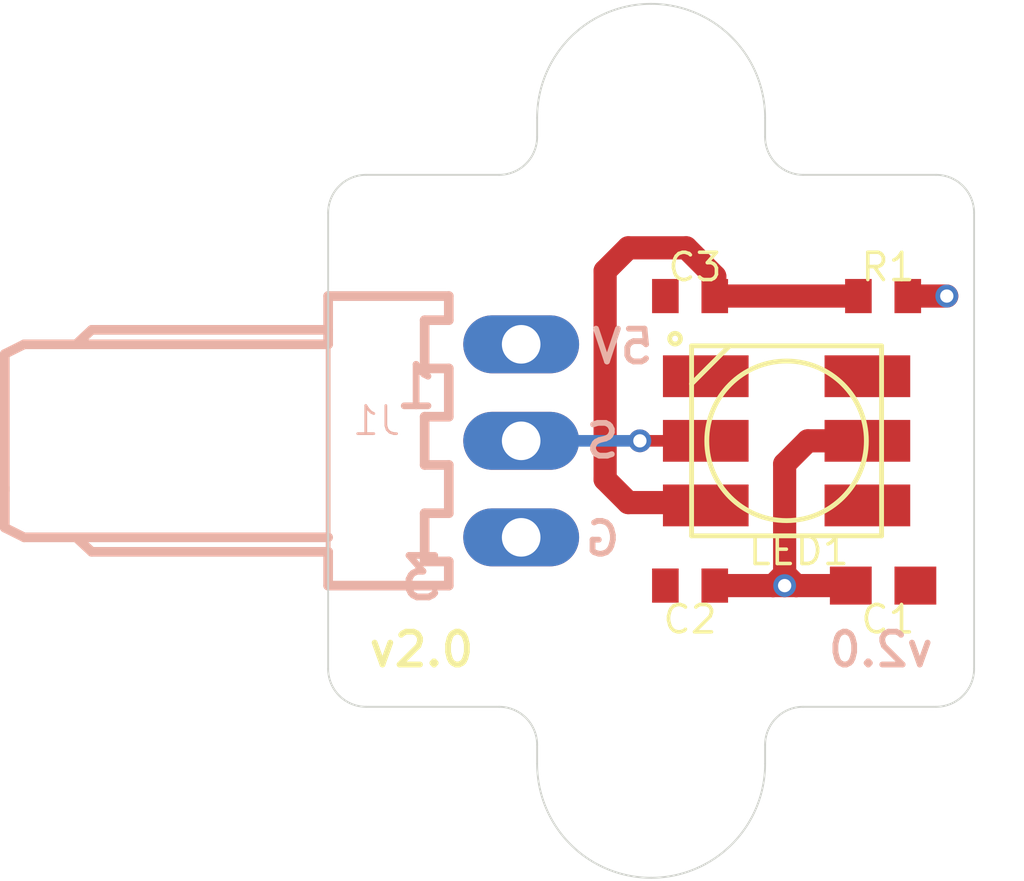
<source format=kicad_pcb>
(kicad_pcb (version 20211014) (generator pcbnew)
  (layers (0 "F.Cu" signal) (31 "B.Cu" signal) (34 "B.Paste" user) (35 "F.Paste" user) (36 "B.SilkS" user "B.Silkscreen") (37 "F.SilkS" user "F.Silkscreen") (38 "B.Mask" user) (39 "F.Mask" user) (44 "Edge.Cuts" user))
  (net 0 "")
  (net 1 "GND")
  (net 2 "+5V")
  (net 3 "SERIAL_LED0")
  (net 4 "N$6")
  (footprint "" (layer "F.Cu") (at 148.5011 113.5036)
    (fp_text reference "@HOLE0" hide)
    (fp_text value "" (at 0 0) (layer "F.SilkS") (effects (font (size 1.27 1.27))))
    (pad "" np_thru_hole circle (at 0 0) (size 3.2 3.2) (drill 3.2) (layers *.Cu *.Mask))
  )
  (footprint "rgb v2.0:R0402" (layer "F.Cu") (at 154.6061 101.1936)
    (fp_text reference "R1" (at -0.635 -0.762) (layer "F.SilkS") (effects (font (size 0.719328 0.719328) (thickness 0.093472)) (justify left)))
    (fp_text value "33")
    (pad "1" smd rect (at -0.65 0) (size 0.7 0.9) (layers "F.Cu" "F.Paste" "F.Mask") (net 4 "N$6"))
    (pad "2" smd rect (at 0.65 0) (size 0.7 0.9) (layers "F.Cu" "F.Paste" "F.Mask") (net 2 "+5V"))
  )
  (footprint "" (layer "F.Cu") (at 148.5011 96.5036)
    (fp_text reference "@HOLE1" hide)
    (fp_text value "" (at 0 0) (layer "F.SilkS") (effects (font (size 1.27 1.27))))
    (pad "" np_thru_hole circle (at 0 0) (size 3.2 3.2) (drill 3.2) (layers *.Cu *.Mask))
  )
  (footprint "rgb v2.0:C0402" (layer "F.Cu") (at 149.5261 108.8136 180)
    (fp_text reference "C2" (at -0.762 -0.889) (layer "F.SilkS") (effects (font (size 0.719328 0.719328) (thickness 0.093472)) (justify right)))
    (fp_text value "100nF")
    (pad "1" smd rect (at -0.65 0 180) (size 0.7 0.9) (layers "F.Cu" "F.Paste" "F.Mask") (net 2 "+5V"))
    (pad "2" smd rect (at 0.65 0 180) (size 0.7 0.9) (layers "F.Cu" "F.Paste" "F.Mask") (net 1 "GND"))
  )
  (footprint "rgb v2.0:C0603" (layer "F.Cu") (at 154.6061 108.8136)
    (fp_text reference "C1" (at 0.889 0.889) (layer "F.SilkS") (effects (font (size 0.719328 0.719328) (thickness 0.093472)) (justify right)))
    (fp_text value "10uF")
    (pad "1" smd rect (at -0.85 0) (size 1.1 1) (layers "F.Cu" "F.Paste" "F.Mask") (net 2 "+5V"))
    (pad "2" smd rect (at 0.85 0) (size 1.1 1) (layers "F.Cu" "F.Paste" "F.Mask") (net 1 "GND"))
  )
  (footprint "rgb v2.0:WS2812_LARGER" (layer "F.Cu") (at 152.0661 105.0036 180)
    (fp_text reference "LED1" (at -1.7 -2.9) (layer "F.SilkS") (effects (font (size 0.719328 0.719328) (thickness 0.093472)) (justify right)))
    (fp_text value "WS2812LARGER")
    (fp_line (start 2.5 1.5) (end 2.5 2.5) (layer "F.SilkS") (width 0.127))
    (fp_line (start 1.5 2.5) (end 2.5 1.5) (layer "F.SilkS") (width 0.127))
    (fp_line (start -2.5 2.5) (end -2.5 -2.5) (layer "F.SilkS") (width 0.127))
    (fp_line (start 2.5 2.5) (end 1.5 2.5) (layer "F.SilkS") (width 0.127))
    (fp_line (start 1.5 2.5) (end -2.5 2.5) (layer "F.SilkS") (width 0.127))
    (fp_line (start 2.5 -2.5) (end 2.5 1.5) (layer "F.SilkS") (width 0.127))
    (fp_line (start -2.5 -2.5) (end 2.5 -2.5) (layer "F.SilkS") (width 0.127))
    (fp_circle (center 0 0) (end 2.1 0) (layer "F.SilkS") (width 0.127) (fill none))
    (fp_circle (center 2.934 2.688) (end 3.0754 2.688) (layer "F.SilkS") (width 0.127) (fill none))
    (pad "DI" smd rect (at 2.127 0 180) (size 2.254 1.1) (layers "F.Cu" "F.Paste" "F.Mask") (net 3 "SERIAL_LED0"))
    (pad "DO" smd rect (at 2.127 1.7 180) (size 2.254 1.1) (layers "F.Cu" "F.Paste" "F.Mask"))
    (pad "LEDVDD" smd rect (at -2.127 0 180) (size 2.254 1.1) (layers "F.Cu" "F.Paste" "F.Mask") (net 2 "+5V"))
    (pad "NC" smd rect (at -2.127 -1.7 180) (size 2.254 1.1) (layers "F.Cu" "F.Paste" "F.Mask"))
    (pad "VDD" smd rect (at 2.127 -1.7 180) (size 2.254 1.1) (layers "F.Cu" "F.Paste" "F.Mask") (net 4 "N$6"))
    (pad "VSS" smd rect (at -2.127 1.7 180) (size 2.254 1.1) (layers "F.Cu" "F.Paste" "F.Mask") (net 1 "GND"))
  )
  (footprint "rgb v2.0:C0402" (layer "F.Cu") (at 149.5261 101.1936 180)
    (fp_text reference "C3" (at 0.635 0.762) (layer "F.SilkS") (effects (font (size 0.719328 0.719328) (thickness 0.093472)) (justify left)))
    (fp_text value "100nF")
    (pad "1" smd rect (at -0.65 0 180) (size 0.7 0.9) (layers "F.Cu" "F.Paste" "F.Mask") (net 4 "N$6"))
    (pad "2" smd rect (at 0.65 0 180) (size 0.7 0.9) (layers "F.Cu" "F.Paste" "F.Mask") (net 1 "GND"))
  )
  (footprint "rgb v2.0:7395-03" (layer "B.Cu") (at 145.0811 105.0036 90)
    (fp_text reference "J1" (at 0.5279 -4.4901 180) (layer "B.SilkS") (effects (font (size 0.739648 0.739648) (thickness 0.073152)) (justify right mirror)))
    (fp_text value "22-05-7038-03")
    (fp_text user "1" (at 2.0559 -3.4021 180) (layer "B.SilkS") (effects (font (size 1.0922 1.0922) (thickness 0.1778)) (justify right top mirror)))
    (fp_text user "3" (at -2.9733 -3.2751 180) (layer "B.SilkS") (effects (font (size 1.0922 1.0922) (thickness 0.1778)) (justify right top mirror)))
    (fp_line (start 2.921 -5.08) (end 2.921 -11.303) (layer "B.SilkS") (width 0.254))
    (fp_line (start 0.635 -2.54) (end -0.635 -2.54) (layer "B.SilkS") (width 0.254))
    (fp_line (start -2.54 -5.08) (end -2.54 -13.081) (layer "B.SilkS") (width 0.254))
    (fp_line (start -2.921 -5.08) (end -2.921 -11.303) (layer "B.SilkS") (width 0.254))
    (fp_line (start 2.54 -5.08) (end 3.81 -5.08) (layer "B.SilkS") (width 0.254))
    (fp_line (start 2.286 -13.589) (end -1.3208 -13.589) (layer "B.SilkS") (width 0.254))
    (fp_line (start 3.81 -1.905) (end 3.175 -1.905) (layer "B.SilkS") (width 0.254))
    (fp_line (start -3.81 -5.08) (end -2.921 -5.08) (layer "B.SilkS") (width 0.254))
    (fp_line (start -0.635 -2.54) (end -0.635 -1.905) (layer "B.SilkS") (width 0.254))
    (fp_line (start -3.81 -1.905) (end -3.81 -5.08) (layer "B.SilkS") (width 0.254))
    (fp_line (start 3.81 -5.08) (end 3.81 -1.905) (layer "B.SilkS") (width 0.254))
    (fp_line (start 1.905 -2.54) (end 1.905 -1.905) (layer "B.SilkS") (width 0.254))
    (fp_line (start -2.921 -11.303) (end -2.5908 -11.6586) (layer "B.SilkS") (width 0.254))
    (fp_line (start 3.175 -2.54) (end 1.905 -2.54) (layer "B.SilkS") (width 0.254))
    (fp_line (start -3.175 -1.905) (end -3.81 -1.905) (layer "B.SilkS") (width 0.254))
    (fp_line (start -1.905 -1.905) (end -1.905 -2.54) (layer "B.SilkS") (width 0.254))
    (fp_line (start 2.54 -5.08) (end 2.54 -13.081) (layer "B.SilkS") (width 0.254))
    (fp_line (start -3.175 -2.54) (end -3.175 -1.905) (layer "B.SilkS") (width 0.254))
    (fp_line (start 1.905 -1.905) (end 0.635 -1.905) (layer "B.SilkS") (width 0.254))
    (fp_line (start -1.905 -2.54) (end -3.175 -2.54) (layer "B.SilkS") (width 0.254))
    (fp_line (start -2.921 -5.08) (end 2.54 -5.08) (layer "B.SilkS") (width 0.127))
    (fp_line (start 2.921 -11.303) (end 2.5908 -11.6586) (layer "B.SilkS") (width 0.254))
    (fp_line (start -0.635 -1.905) (end -1.905 -1.905) (layer "B.SilkS") (width 0.254))
    (fp_line (start -2.54 -13.081) (end -2.286 -13.589) (layer "B.SilkS") (width 0.254))
    (fp_line (start 2.54 -13.081) (end 2.286 -13.589) (layer "B.SilkS") (width 0.254))
    (fp_line (start -2.286 -13.589) (end -1.2192 -13.589) (layer "B.SilkS") (width 0.254))
    (fp_line (start 0.635 -1.905) (end 0.635 -2.54) (layer "B.SilkS") (width 0.254))
    (fp_line (start 3.175 -1.905) (end 3.175 -2.54) (layer "B.SilkS") (width 0.254))
    (pad "1" thru_hole oval (at 2.54 0) (size 3.048 1.524) (drill 1.016) (layers *.Cu *.Mask) (net 2 "+5V"))
    (pad "2" thru_hole oval (at 0 0) (size 3.048 1.524) (drill 1.016) (layers *.Cu *.Mask) (net 3 "SERIAL_LED0"))
    (pad "3" thru_hole oval (at -2.54 0) (size 3.048 1.524) (drill 1.016) (layers *.Cu *.Mask) (net 1 "GND"))
  )
  (gr_line (start 141.0011 98.0036) (end 144.5011 98.0036) (layer "Edge.Cuts") (width 0.05))
  (gr_arc (start 141.0011 112.0036) (mid 140.293993 111.710707) (end 140.0011 111.0036) (layer "Edge.Cuts") (width 0.05))
  (gr_arc (start 156.0011 98.0036) (mid 156.708207 98.296493) (end 157.0011 99.0036) (layer "Edge.Cuts") (width 0.05))
  (gr_arc (start 151.5011 113.0036) (mid 151.793993 112.296493) (end 152.5011 112.0036) (layer "Edge.Cuts") (width 0.05))
  (gr_line (start 140.0011 99.0036) (end 140.0011 111.0036) (layer "Edge.Cuts") (width 0.05))
  (gr_line (start 157.0011 99.0036) (end 157.0011 111.0036) (layer "Edge.Cuts") (width 0.05))
  (gr_arc (start 140.0011 99.0036) (mid 140.293993 98.296493) (end 141.0011 98.0036) (layer "Edge.Cuts") (width 0.05))
  (gr_arc (start 144.5011 112.0036) (mid 145.208207 112.296493) (end 145.5011 113.0036) (layer "Edge.Cuts") (width 0.05))
  (gr_line (start 151.5011 113.0036) (end 151.5011 113.5036) (layer "Edge.Cuts") (width 0.05))
  (gr_arc (start 151.5011 113.5036) (mid 150.62242 115.62492) (end 148.5011 116.5036) (layer "Edge.Cuts") (width 0.05))
  (gr_arc (start 152.5011 98.0036) (mid 151.793993 97.710707) (end 151.5011 97.0036) (layer "Edge.Cuts") (width 0.05))
  (gr_line (start 151.5011 96.5036) (end 151.5011 97.0036) (layer "Edge.Cuts") (width 0.05))
  (gr_arc (start 148.5011 93.5036) (mid 150.62242 94.38228) (end 151.5011 96.5036) (layer "Edge.Cuts") (width 0.05))
  (gr_line (start 144.5011 112.0036) (end 141.0011 112.0036) (layer "Edge.Cuts") (width 0.05))
  (gr_line (start 152.5011 98.0036) (end 156.0011 98.0036) (layer "Edge.Cuts") (width 0.05))
  (gr_arc (start 145.5011 96.5036) (mid 146.37978 94.38228) (end 148.5011 93.5036) (layer "Edge.Cuts") (width 0.05))
  (gr_arc (start 157.0011 111.0036) (mid 156.708207 111.710707) (end 156.0011 112.0036) (layer "Edge.Cuts") (width 0.05))
  (gr_line (start 145.5011 97.0036) (end 145.5011 96.5036) (layer "Edge.Cuts") (width 0.05))
  (gr_arc (start 148.5011 116.5036) (mid 146.37978 115.62492) (end 145.5011 113.5036) (layer "Edge.Cuts") (width 0.05))
  (gr_line (start 145.5011 113.5036) (end 145.5011 113.0036) (layer "Edge.Cuts") (width 0.05))
  (gr_arc (start 145.5011 97.0036) (mid 145.208207 97.710707) (end 144.5011 98.0036) (layer "Edge.Cuts") (width 0.05))
  (gr_line (start 156.0011 112.0036) (end 152.5011 112.0036) (layer "Edge.Cuts") (width 0.05))
  (gr_text "v2.0" (at 156.0011 111.0036) (layer "B.SilkS") (effects (font (size 0.8636 0.8636) (thickness 0.1524)) (justify left bottom mirror)))
  (gr_text "G" (at 147.7591 108.0886) (layer "B.SilkS") (effects (font (size 0.8636 0.8636) (thickness 0.1524)) (justify left bottom mirror)))
  (gr_text "S" (at 147.7321 105.5086) (layer "B.SilkS") (effects (font (size 0.8636 0.8636) (thickness 0.1524)) (justify left bottom mirror)))
  (gr_text "5V" (at 148.6321 103.0286) (layer "B.SilkS") (effects (font (size 0.8636 0.8636) (thickness 0.1524)) (justify left bottom mirror)))
  (gr_text "v2.0" (at 141.0011 111.0036) (layer "F.SilkS") (effects (font (size 0.8636 0.8636) (thickness 0.1524)) (justify left bottom)))
  (segment (start 151.7105 108.8136) (end 152.0153 108.8136) (width 0.6096) (layer "F.Cu") (net 2))
  (segment (start 152.0153 108.8136) (end 152.0153 108.5088) (width 0.6096) (layer "F.Cu") (net 2))
  (segment (start 150.1761 108.8136) (end 151.7105 108.8136) (width 0.6096) (layer "F.Cu") (net 2))
  (segment (start 153.7561 108.8136) (end 152.3201 108.8136) (width 0.6096) (layer "F.Cu") (net 2))
  (segment (start 152.0153 105.6132) (end 152.6249 105.0036) (width 0.6096) (layer "F.Cu") (net 2))
  (segment (start 152.6249 105.0036) (end 154.1931 105.0036) (width 0.6096) (layer "F.Cu") (net 2))
  (segment (start 151.7105 108.8136) (end 152.0153 108.5088) (width 0.6096) (layer "F.Cu") (net 2))
  (segment (start 152.0153 108.5088) (end 152.0153 105.6132) (width 0.6096) (layer "F.Cu") (net 2))
  (segment (start 155.2561 101.1936) (end 156.2825 101.1936) (width 0.6096) (layer "F.Cu") (net 2))
  (segment (start 152.3201 108.8136) (end 152.0153 108.8136) (width 0.6096) (layer "F.Cu") (net 2))
  (segment (start 152.0153 108.5088) (end 152.3201 108.8136) (width 0.6096) (layer "F.Cu") (net 2))
  (via (at 152.0153 108.8136) (size 0.6) (drill 0.35) (layers "F.Cu" "B.Cu") (net 2))
  (via (at 156.2825 101.1936) (size 0.6) (drill 0.35) (layers "F.Cu" "B.Cu") (net 2))
  (segment (start 148.2053 105.0036) (end 149.9391 105.0036) (width 0.3048) (layer "F.Cu") (net 3))
  (via (at 148.2053 105.0036) (size 0.6) (drill 0.35) (layers "F.Cu" "B.Cu") (net 3))
  (segment (start 145.0811 105.0036) (end 148.2053 105.0036) (width 0.3048) (layer "B.Cu") (net 3))
  (segment (start 149.4245 99.9236) (end 147.9005 99.9236) (width 0.6096) (layer "F.Cu") (net 4))
  (segment (start 150.1761 100.6752) (end 149.4245 99.9236) (width 0.6096) (layer "F.Cu") (net 4))
  (segment (start 149.8647 106.6292) (end 149.9391 106.7036) (width 0.6096) (layer "F.Cu") (net 4))
  (segment (start 147.9005 106.6292) (end 149.8647 106.6292) (width 0.6096) (layer "F.Cu") (net 4))
  (segment (start 147.9005 99.9236) (end 147.2909 100.5332) (width 0.6096) (layer "F.Cu") (net 4))
  (segment (start 150.1761 101.1936) (end 150.1761 100.6752) (width 0.6096) (layer "F.Cu") (net 4))
  (segment (start 153.9561 101.1936) (end 150.1761 101.1936) (width 0.6096) (layer "F.Cu") (net 4))
  (segment (start 147.2909 106.0196) (end 147.9005 106.6292) (width 0.6096) (layer "F.Cu") (net 4))
  (segment (start 147.2909 100.5332) (end 147.2909 106.0196) (width 0.6096) (layer "F.Cu") (net 4))
)
</source>
